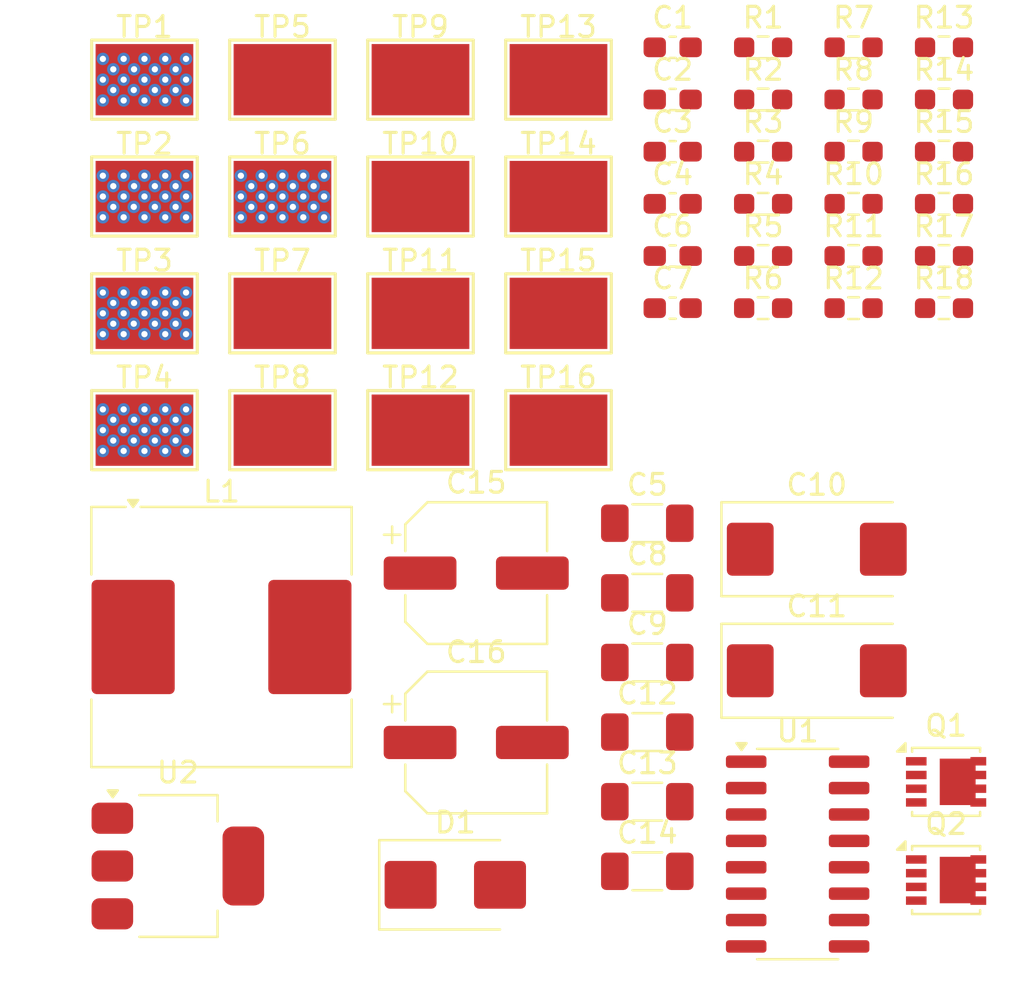
<source format=kicad_pcb>
(kicad_pcb (version 20241229) (generator "pcbnew") (generator_version "9.0")
  (layers (0 "F.Cu" signal) (2 "B.Cu" signal) (13 "F.Paste" user) (15 "B.Paste" user) (5 "F.SilkS" user "F.Silkscreen") (7 "B.SilkS" user "B.Silkscreen") (1 "F.Mask" user) (3 "B.Mask" user) (25 "Edge.Cuts" user))
  (net 0 "")
  (net 1 "+5V")
  (net 2 "GND")
  (net 3 "/SMALL_TRI")
  (net 4 "VIN")
  (net 5 "Net-(U1B--)")
  (net 6 "Net-(C6-Pad2)")
  (net 7 "Net-(C7-Pad2)")
  (net 8 "VOUT")
  (net 9 "SW")
  (net 10 "TG")
  (net 11 "BG")
  (net 12 "Net-(U1C-+)")
  (net 13 "Net-(U1A--)")
  (net 14 "BIG_TRI")
  (net 15 "Net-(R4-Pad2)")
  (net 16 "Net-(U1D--)")
  (net 17 "Net-(R7-Pad2)")
  (net 18 "Net-(U1D-+)")
  (net 19 "Net-(U1A-+)")
  (net 20 "Net-(R13-Pad2)")
  (net 21 "Net-(R15-Pad2)")
  (net 22 "Net-(U1B-+)")
  (net 23 "PWM")
  (footprint "Capacitor_SMD:CP_Elec_6.3x5.4_Nichicon" (layer "F.Cu") (at 103.1425 101.38)
    (property "Reference" "C16" (at 0 -4.35 0) (layer "F.SilkS"))
    (property "Value" "100uF")
    (pad "1" smd roundrect (at -2.7 0) (size 3.5 1.6) (layers "F.Cu" "F.Mask" "F.Paste") (roundrect_rratio 0.15625) (net 4 "VIN"))
    (pad "2" smd roundrect (at 2.7 0) (size 3.5 1.6) (layers "F.Cu" "F.Mask" "F.Paste") (roundrect_rratio 0.15625) (net 2 "GND"))
  )
  (footprint "jannett_footprints:TestPoint_Keystone_5016_Compact" (layer "F.Cu") (at 100.4625 80.73)
    (property "Reference" "TP11" (at 0 -2.54 0) (layer "F.SilkS"))
    (property "Value" "5016")
    (pad "1" smd rect (at 0 0) (size 4.699 3.429) (layers "F.Cu" "F.Mask" "F.Paste") (net 7 "Net-(C7-Pad2)"))
  )
  (footprint "Capacitor_SMD:C_1206_3216Metric_Pad1.33x1.80mm_HandSolder" (layer "F.Cu") (at 111.3725 94.18)
    (property "Reference" "C8" (at 0 -1.85 0) (layer "F.SilkS"))
    (property "Value" "10uF")
    (pad "1" smd roundrect (at -1.5625 0) (size 1.325 1.8) (layers "F.Cu" "F.Mask" "F.Paste") (roundrect_rratio 0.188679) (net 8 "VOUT"))
    (pad "2" smd roundrect (at 1.5625 0) (size 1.325 1.8) (layers "F.Cu" "F.Mask" "F.Paste") (roundrect_rratio 0.188679) (net 2 "GND"))
  )
  (footprint "Package_SO:Vishay_PowerPAK_1212-8_Single" (layer "F.Cu") (at 125.7425 108)
    (property "Reference" "Q2" (at 0 -2.7 0) (layer "F.SilkS"))
    (property "Value" "SiS454DN")
    (pad "1" smd rect (at -1.435 -0.99) (size 0.99 0.405) (layers "F.Cu" "F.Mask" "F.Paste") (net 2 "GND"))
    (pad "2" smd rect (at -1.435 -0.33) (size 0.99 0.405) (layers "F.Cu" "F.Mask" "F.Paste") (net 2 "GND"))
    (pad "3" smd rect (at -1.435 0.33) (size 0.99 0.405) (layers "F.Cu" "F.Mask" "F.Paste") (net 2 "GND"))
    (pad "4" smd rect (at -1.435 0.99) (size 0.99 0.405) (layers "F.Cu" "F.Mask" "F.Paste") (net 11 "BG"))
    (pad "5" smd custom (at 0.5575 0) (size 1.725 2.235) (layers "F.Cu" "F.Mask" "F.Paste") (net 9 "SW") (options (clearance outline) (anchor rect)) (primitives (gr_poly (pts (xy 1.3725 -0.7875) (xy 0.8625 -0.7875) (xy 0.8625 -0.5325) (xy 1.3725 -0.5325) (xy 1.3725 -0.1275) (xy 0.8625 -0.1275) (xy 0.8625 0.1275) (xy 1.3725 0.1275) (xy 1.3725 0.5325) (xy 0.8625 0.5325) (xy 0.8625 0.7875) (xy 1.3725 0.7875) (xy 1.3725 1.195) (xy 0.6125 1.195) (xy 0.6125 -1.195) (xy 1.3725 -1.195)) (width 0) (fill yes))))
  )
  (footprint "Diode_SMD:D_SMB" (layer "F.Cu") (at 102.1375 108.23)
    (property "Reference" "D1" (at 0 -3 0) (layer "F.SilkS"))
    (property "Value" "CDBB345LR-HF")
    (pad "1" smd roundrect (at -2.15 0) (size 2.5 2.3) (layers "F.Cu" "F.Mask" "F.Paste") (roundrect_rratio 0.1086956522) (net 9 "SW"))
    (pad "2" smd roundrect (at 2.15 0) (size 2.5 2.3) (layers "F.Cu" "F.Mask" "F.Paste") (roundrect_rratio 0.1086956522) (net 2 "GND"))
  )
  (footprint "Capacitor_SMD:C_0603_1608Metric_Pad1.08x0.95mm_HandSolder" (layer "F.Cu") (at 112.5925 77.97)
    (property "Reference" "C6" (at 0 -1.43 0) (layer "F.SilkS"))
    (property "Value" "1nF")
    (pad "1" smd roundrect (at -0.8625 0) (size 1.075 0.95) (layers "F.Cu" "F.Mask" "F.Paste") (net 5 "Net-(U1B--)"))
    (pad "2" smd roundrect (at 0.8625 0) (size 1.075 0.95) (layers "F.Cu" "F.Mask" "F.Paste") (net 6 "Net-(C6-Pad2)"))
  )
  (footprint "Resistor_SMD:R_0603_1608Metric_Pad0.98x0.95mm_HandSolder" (layer "F.Cu") (at 121.2925 80.48)
    (property "Reference" "R12" (at 0 -1.43 0) (layer "F.SilkS"))
    (property "Value" "10K")
    (pad "1" smd roundrect (at -0.9125 0) (size 0.975 0.95) (layers "F.Cu" "F.Mask" "F.Paste") (net 6 "Net-(C6-Pad2)"))
    (pad "2" smd roundrect (at 0.9125 0) (size 0.975 0.95) (layers "F.Cu" "F.Mask" "F.Paste") (net 7 "Net-(C7-Pad2)"))
  )
  (footprint "jannett_footprints:TestPoint_Keystone_5016_Vias" (layer "F.Cu") (at 87.1865 86.352)
    (property "Reference" "TP4" (at 0 -2.54 0) (layer "F.SilkS"))
    (property "Value" "5016_Vias")
    (pad "1" thru_hole circle (at -2 -1) (size 0.6 0.6) (drill 0.3) (layers "*.Cu") (net 2 "GND"))
    (pad "1" thru_hole circle (at -2 0) (size 0.6 0.6) (drill 0.3) (layers "*.Cu") (net 2 "GND"))
    (pad "1" thru_hole circle (at -2 1) (size 0.6 0.6) (drill 0.3) (layers "*.Cu") (net 2 "GND"))
    (pad "1" thru_hole circle (at -1.5 -0.5) (size 0.6 0.6) (drill 0.3) (layers "*.Cu") (net 2 "GND"))
    (pad "1" thru_hole circle (at -1.5 0.5) (size 0.6 0.6) (drill 0.3) (layers "*.Cu") (net 2 "GND"))
    (pad "1" thru_hole circle (at -1 -1) (size 0.6 0.6) (drill 0.3) (layers "*.Cu") (net 2 "GND"))
    (pad "1" thru_hole circle (at -1 0) (size 0.6 0.6) (drill 0.3) (layers "*.Cu") (net 2 "GND"))
    (pad "1" thru_hole circle (at -1 1) (size 0.6 0.6) (drill 0.3) (layers "*.Cu") (net 2 "GND"))
    (pad "1" thru_hole circle (at -0.5141 0.498281) (size 0.6 0.6) (drill 0.3) (layers "*.Cu") (net 2 "GND"))
    (pad "1" thru_hole circle (at -0.5 -0.5) (size 0.6 0.6) (drill 0.3) (layers "*.Cu") (net 2 "GND"))
    (pad "1" thru_hole circle (at 0 -1) (size 0.6 0.6) (drill 0.3) (layers "*.Cu") (net 2 "GND"))
    (pad "1" thru_hole circle (at 0 0) (size 0.6 0.6) (drill 0.3) (layers "*.Cu") (net 2 "GND"))
    (pad "1" smd rect (at 0 0) (size 4.699 3.429) (layers "F.Cu" "F.Mask" "F.Paste") (net 2 "GND"))
    (pad "1" thru_hole circle (at 0 1) (size 0.6 0.6) (drill 0.3) (layers "*.Cu") (net 2 "GND"))
    (pad "1" thru_hole circle (at 0.5 -0.5) (size 0.6 0.6) (drill 0.3) (layers "*.Cu") (net 2 "GND"))
    (pad "1" thru_hole circle (at 0.5 0.5) (size 0.6 0.6) (drill 0.3) (layers "*.Cu") (net 2 "GND"))
    (pad "1" thru_hole circle (at 1 -1) (size 0.6 0.6) (drill 0.3) (layers "*.Cu") (net 2 "GND"))
    (pad "1" thru_hole circle (at 1 0) (size 0.6 0.6) (drill 0.3) (layers "*.Cu") (net 2 "GND"))
    (pad "1" thru_hole circle (at 1 1) (size 0.6 0.6) (drill 0.3) (layers "*.Cu") (net 2 "GND"))
    (pad "1" thru_hole circle (at 1.5 -0.5) (size 0.6 0.6) (drill 0.3) (layers "*.Cu") (net 2 "GND"))
    (pad "1" thru_hole circle (at 1.5 0.5) (size 0.6 0.6) (drill 0.3) (layers "*.Cu") (net 2 "GND"))
    (pad "1" thru_hole circle (at 2 -1) (size 0.6 0.6) (drill 0.3) (layers "*.Cu") (net 2 "GND"))
    (pad "1" thru_hole circle (at 2 0) (size 0.6 0.6) (drill 0.3) (layers "*.Cu") (net 2 "GND"))
    (pad "1" thru_hole circle (at 2 1) (size 0.6 0.6) (drill 0.3) (layers "*.Cu") (net 2 "GND"))
  )
  (footprint "Capacitor_Tantalum_SMD:CP_EIA-7343-43_Kemet-X_Pad2.25x2.55mm_HandSolder" (layer "F.Cu") (at 119.5225 92.08)
    (property "Reference" "C10" (at 0 -3.1 0) (layer "F.SilkS"))
    (property "Value" "330uF")
    (pad "1" smd roundrect (at -3.2 0) (size 2.25 2.55) (layers "F.Cu" "F.Mask" "F.Paste") (roundrect_rratio 0.111111) (net 8 "VOUT"))
    (pad "2" smd roundrect (at 3.2 0) (size 2.25 2.55) (layers "F.Cu" "F.Mask" "F.Paste") (roundrect_rratio 0.111111) (net 2 "GND"))
  )
  (footprint "Resistor_SMD:R_0603_1608Metric_Pad0.98x0.95mm_HandSolder" (layer "F.Cu") (at 116.9425 75.46)
    (property "Reference" "R4" (at 0 -1.43 0) (layer "F.SilkS"))
    (property "Value" "10K")
    (pad "1" smd roundrect (at -0.9125 0) (size 0.975 0.95) (layers "F.Cu" "F.Mask" "F.Paste") (net 12 "Net-(U1C-+)"))
    (pad "2" smd roundrect (at 0.9125 0) (size 0.975 0.95) (layers "F.Cu" "F.Mask" "F.Paste") (net 15 "Net-(R4-Pad2)"))
  )
  (footprint "jannett_footprints:TestPoint_Keystone_5016_Compact" (layer "F.Cu") (at 100.4625 86.352)
    (property "Reference" "TP12" (at 0 -2.54 0) (layer "F.SilkS"))
    (property "Value" "5016")
    (pad "1" smd rect (at 0 0) (size 4.699 3.429) (layers "F.Cu" "F.Mask" "F.Paste") (net 9 "SW"))
  )
  (footprint "Resistor_SMD:R_0603_1608Metric_Pad0.98x0.95mm_HandSolder" (layer "F.Cu") (at 125.6425 77.97)
    (property "Reference" "R17" (at 0 -1.43 0) (layer "F.SilkS"))
    (property "Value" "0")
    (pad "1" smd roundrect (at -0.9125 0) (size 0.975 0.95) (layers "F.Cu" "F.Mask" "F.Paste") (net 21 "Net-(R15-Pad2)"))
    (pad "2" smd roundrect (at 0.9125 0) (size 0.975 0.95) (layers "F.Cu" "F.Mask" "F.Paste") (net 5 "Net-(U1B--)"))
  )
  (footprint "Inductor_SMD:L_Coilcraft_MSS1260-XXX" (layer "F.Cu") (at 90.8925 96.305)
    (property "Reference" "L1" (at 0 -7 0) (layer "F.SilkS"))
    (property "Value" "3uH")
    (pad "1" smd roundrect (at -4.25 0) (size 4 5.5) (layers "F.Cu" "F.Mask" "F.Paste") (roundrect_rratio 0.0625) (net 9 "SW"))
    (pad "2" smd roundrect (at 4.25 0) (size 4 5.5) (layers "F.Cu" "F.Mask" "F.Paste") (roundrect_rratio 0.0625) (net 8 "VOUT"))
  )
  (footprint "Capacitor_SMD:C_1206_3216Metric_Pad1.33x1.80mm_HandSolder" (layer "F.Cu") (at 111.3725 97.53)
    (property "Reference" "C9" (at 0 -1.85 0) (layer "F.SilkS"))
    (property "Value" "10uF")
    (pad "1" smd roundrect (at -1.5625 0) (size 1.325 1.8) (layers "F.Cu" "F.Mask" "F.Paste") (roundrect_rratio 0.188679) (net 8 "VOUT"))
    (pad "2" smd roundrect (at 1.5625 0) (size 1.325 1.8) (layers "F.Cu" "F.Mask" "F.Paste") (roundrect_rratio 0.188679) (net 2 "GND"))
  )
  (footprint "jannett_footprints:TestPoint_Keystone_5016_Vias" (layer "F.Cu") (at 93.8245 75.108)
    (property "Reference" "TP6" (at 0 -2.54 0) (layer "F.SilkS"))
    (property "Value" "5016_Vias")
    (pad "1" thru_hole circle (at -2 -1) (size 0.6 0.6) (drill 0.3) (layers "*.Cu") (net 1 "+5V"))
    (pad "1" thru_hole circle (at -2 0) (size 0.6 0.6) (drill 0.3) (layers "*.Cu") (net 1 "+5V"))
    (pad "1" thru_hole circle (at -2 1) (size 0.6 0.6) (drill 0.3) (layers "*.Cu") (net 1 "+5V"))
    (pad "1" thru_hole circle (at -1.5 -0.5) (size 0.6 0.6) (drill 0.3) (layers "*.Cu") (net 1 "+5V"))
    (pad "1" thru_hole circle (at -1.5 0.5) (size 0.6 0.6) (drill 0.3) (layers "*.Cu") (net 1 "+5V"))
    (pad "1" thru_hole circle (at -1 -1) (size 0.6 0.6) (drill 0.3) (layers "*.Cu") (net 1 "+5V"))
    (pad "1" thru_hole circle (at -1 0) (size 0.6 0.6) (drill 0.3) (layers "*.Cu") (net 1 "+5V"))
    (pad "1" thru_hole circle (at -1 1) (size 0.6 0.6) (drill 0.3) (layers "*.Cu") (net 1 "+5V"))
    (pad "1" thru_hole circle (at -0.5141 0.498281) (size 0.6 0.6) (drill 0.3) (layers "*.Cu") (net 1 "+5V"))
    (pad "1" thru_hole circle (at -0.5 -0.5) (size 0.6 0.6) (drill 0.3) (layers "*.Cu") (net 1 "+5V"))
    (pad "1" thru_hole circle (at 0 -1) (size 0.6 0.6) (drill 0.3) (layers "*.Cu") (net 1 "+5V"))
    (pad "1" thru_hole circle (at 0 0) (size 0.6 0.6) (drill 0.3) (layers "*.Cu") (net 1 "+5V"))
    (pad "1" smd rect (at 0 0) (size 4.699 3.429) (layers "F.Cu" "F.Mask" "F.Paste") (net 1 "+5V"))
    (pad "1" thru_hole circle (at 0 1) (size 0.6 0.6) (drill 0.3) (layers "*.Cu") (net 1 "+5V"))
    (pad "1" thru_hole circle (at 0.5 -0.5) (size 0.6 0.6) (drill 0.3) (layers "*.Cu") (net 1 "+5V"))
    (pad "1" thru_hole circle (at 0.5 0.5) (size 0.6 0.6) (drill 0.3) (layers "*.Cu") (net 1 "+5V"))
    (pad "1" thru_hole circle (at 1 -1) (size 0.6 0.6) (drill 0.3) (layers "*.Cu") (net 1 "+5V"))
    (pad "1" thru_hole circle (at 1 0) (size 0.6 0.6) (drill 0.3) (layers "*.Cu") (net 1 "+5V"))
    (pad "1" thru_hole circle (at 1 1) (size 0.6 0.6) (drill 0.3) (layers "*.Cu") (net 1 "+5V"))
    (pad "1" thru_hole circle (at 1.5 -0.5) (size 0.6 0.6) (drill 0.3) (layers "*.Cu") (net 1 "+5V"))
    (pad "1" thru_hole circle (at 1.5 0.5) (size 0.6 0.6) (drill 0.3) (layers "*.Cu") (net 1 "+5V"))
    (pad "1" thru_hole circle (at 2 -1) (size 0.6 0.6) (drill 0.3) (layers "*.Cu") (net 1 "+5V"))
    (pad "1" thru_hole circle (at 2 0) (size 0.6 0.6) (drill 0.3) (layers "*.Cu") (net 1 "+5V"))
    (pad "1" thru_hole circle (at 2 1) (size 0.6 0.6) (drill 0.3) (layers "*.Cu") (net 1 "+5V"))
  )
  (footprint "Capacitor_Tantalum_SMD:CP_EIA-7343-43_Kemet-X_Pad2.25x2.55mm_HandSolder" (layer "F.Cu") (at 119.5225 97.93)
    (property "Reference" "C11" (at 0 -3.1 0) (layer "F.SilkS"))
    (property "Value" "330uF")
    (pad "1" smd roundrect (at -3.2 0) (size 2.25 2.55) (layers "F.Cu" "F.Mask" "F.Paste") (roundrect_rratio 0.111111) (net 8 "VOUT"))
    (pad "2" smd roundrect (at 3.2 0) (size 2.25 2.55) (layers "F.Cu" "F.Mask" "F.Paste") (roundrect_rratio 0.111111) (net 2 "GND"))
  )
  (footprint "jannett_footprints:TestPoint_Keystone_5016_Vias" (layer "F.Cu") (at 87.1865 80.73)
    (property "Reference" "TP3" (at 0 -2.54 0) (layer "F.SilkS"))
    (property "Value" "5016_Vias")
    (pad "1" thru_hole circle (at -2 -1) (size 0.6 0.6) (drill 0.3) (layers "*.Cu") (net 8 "VOUT"))
    (pad "1" thru_hole circle (at -2 0) (size 0.6 0.6) (drill 0.3) (layers "*.Cu") (net 8 "VOUT"))
    (pad "1" thru_hole circle (at -2 1) (size 0.6 0.6) (drill 0.3) (layers "*.Cu") (net 8 "VOUT"))
    (pad "1" thru_hole circle (at -1.5 -0.5) (size 0.6 0.6) (drill 0.3) (layers "*.Cu") (net 8 "VOUT"))
    (pad "1" thru_hole circle (at -1.5 0.5) (size 0.6 0.6) (drill 0.3) (layers "*.Cu") (net 8 "VOUT"))
    (pad "1" thru_hole circle (at -1 -1) (size 0.6 0.6) (drill 0.3) (layers "*.Cu") (net 8 "VOUT"))
    (pad "1" thru_hole circle (at -1 0) (size 0.6 0.6) (drill 0.3) (layers "*.Cu") (net 8 "VOUT"))
    (pad "1" thru_hole circle (at -1 1) (size 0.6 0.6) (drill 0.3) (layers "*.Cu") (net 8 "VOUT"))
    (pad "1" thru_hole circle (at -0.5141 0.498281) (size 0.6 0.6) (drill 0.3) (layers "*.Cu") (net 8 "VOUT"))
    (pad "1" thru_hole circle (at -0.5 -0.5) (size 0.6 0.6) (drill 0.3) (layers "*.Cu") (net 8 "VOUT"))
    (pad "1" thru_hole circle (at 0 -1) (size 0.6 0.6) (drill 0.3) (layers "*.Cu") (net 8 "VOUT"))
    (pad "1" thru_hole circle (at 0 0) (size 0.6 0.6) (drill 0.3) (layers "*.Cu") (net 8 "VOUT"))
    (pad "1" smd rect (at 0 0) (size 4.699 3.429) (layers "F.Cu" "F.Mask" "F.Paste") (net 8 "VOUT"))
    (pad "1" thru_hole circle (at 0 1) (size 0.6 0.6) (drill 0.3) (layers "*.Cu") (net 8 "VOUT"))
    (pad "1" thru_hole circle (at 0.5 -0.5) (size 0.6 0.6) (drill 0.3) (layers "*.Cu") (net 8 "VOUT"))
    (pad "1" thru_hole circle (at 0.5 0.5) (size 0.6 0.6) (drill 0.3) (layers "*.Cu") (net 8 "VOUT"))
    (pad "1" thru_hole circle (at 1 -1) (size 0.6 0.6) (drill 0.3) (layers "*.Cu") (net 8 "VOUT"))
    (pad "1" thru_hole circle (at 1 0) (size 0.6 0.6) (drill 0.3) (layers "*.Cu") (net 8 "VOUT"))
    (pad "1" thru_hole circle (at 1 1) (size 0.6 0.6) (drill 0.3) (layers "*.Cu") (net 8 "VOUT"))
    (pad "1" thru_hole circle (at 1.5 -0.5) (size 0.6 0.6) (drill 0.3) (layers "*.Cu") (net 8 "VOUT"))
    (pad "1" thru_hole circle (at 1.5 0.5) (size 0.6 0.6) (drill 0.3) (layers "*.Cu") (net 8 "VOUT"))
    (pad "1" thru_hole circle (at 2 -1) (size 0.6 0.6) (drill 0.3) (layers "*.Cu") (net 8 "VOUT"))
    (pad "1" thru_hole circle (at 2 0) (size 0.6 0.6) (drill 0.3) (layers "*.Cu") (net 8 "VOUT"))
    (pad "1" thru_hole circle (at 2 1) (size 0.6 0.6) (drill 0.3) (layers "*.Cu") (net 8 "VOUT"))
  )
  (footprint "Resistor_SMD:R_0603_1608Metric_Pad0.98x0.95mm_HandSolder" (layer "F.Cu") (at 116.9425 77.97)
    (property "Reference" "R5" (at 0 -1.43 0) (layer "F.SilkS"))
    (property "Value" "1K")
    (pad "1" smd roundrect (at -0.9125 0) (size 0.975 0.95) (layers "F.Cu" "F.Mask" "F.Paste") (net 15 "Net-(R4-Pad2)"))
    (pad "2" smd roundrect (at 0.9125 0) (size 0.975 0.95) (layers "F.Cu" "F.Mask" "F.Paste") (net 3 "/SMALL_TRI"))
  )
  (footprint "Capacitor_SMD:C_0603_1608Metric_Pad1.08x0.95mm_HandSolder" (layer "F.Cu") (at 112.5925 75.46)
    (property "Reference" "C4" (at 0 -1.43 0) (layer "F.SilkS"))
    (property "Value" "0.1uF")
    (pad "1" smd roundrect (at -0.8625 0) (size 1.075 0.95) (layers "F.Cu" "F.Mask" "F.Paste") (net 1 "+5V"))
    (pad "2" smd roundrect (at 0.8625 0) (size 1.075 0.95) (layers "F.Cu" "F.Mask" "F.Paste") (net 2 "GND"))
  )
  (footprint "Capacitor_SMD:C_1206_3216Metric_Pad1.33x1.80mm_HandSolder" (layer "F.Cu") (at 111.3725 100.88)
    (property "Reference" "C12" (at 0 -1.85 0) (layer "F.SilkS"))
    (property "Value" "2.2uF")
    (pad "1" smd roundrect (at -1.5625 0) (size 1.325 1.8) (layers "F.Cu" "F.Mask" "F.Paste") (roundrect_rratio 0.188679) (net 4 "VIN"))
    (pad "2" smd roundrect (at 1.5625 0) (size 1.325 1.8) (layers "F.Cu" "F.Mask" "F.Paste") (roundrect_rratio 0.188679) (net 2 "GND"))
  )
  (footprint "jannett_footprints:TestPoint_Keystone_5016_Compact" (layer "F.Cu") (at 93.8245 86.352)
    (property "Reference" "TP8" (at 0 -2.54 0) (layer "F.SilkS"))
    (property "Value" "5016")
    (pad "1" smd rect (at 0 0) (size 4.699 3.429) (layers "F.Cu" "F.Mask" "F.Paste") (net 23 "PWM"))
  )
  (footprint "Capacitor_SMD:C_0603_1608Metric_Pad1.08x0.95mm_HandSolder" (layer "F.Cu") (at 112.5925 80.48)
    (property "Reference" "C7" (at 0 -1.43 0) (layer "F.SilkS"))
    (property "Value" "100pF")
    (pad "1" smd roundrect (at -0.8625 0) (size 1.075 0.95) (layers "F.Cu" "F.Mask" "F.Paste") (net 5 "Net-(U1B--)"))
    (pad "2" smd roundrect (at 0.8625 0) (size 1.075 0.95) (layers "F.Cu" "F.Mask" "F.Paste") (net 7 "Net-(C7-Pad2)"))
  )
  (footprint "Package_TO_SOT_SMD:SOT-223-3_TabPin2" (layer "F.Cu") (at 88.7925 107.325)
    (property "Reference" "U2" (at 0 -4.5 0) (layer "F.SilkS"))
    (property "Value" "NCP1117-5.0_SOT223")
    (pad "1" smd roundrect (at -3.15 -2.3) (size 2 1.5) (layers "F.Cu" "F.Mask" "F.Paste") (net 2 "GND"))
    (pad "2" smd roundrect (at -3.15 0) (size 2 1.5) (layers "F.Cu" "F.Mask" "F.Paste") (net 1 "+5V"))
    (pad "2" smd roundrect (at 3.15 0) (size 2 3.8) (layers "F.Cu" "F.Mask" "F.Paste") (net 1 "+5V"))
    (pad "3" smd roundrect (at -3.15 2.3) (size 2 1.5) (layers "F.Cu" "F.Mask" "F.Paste") (net 4 "VIN"))
  )
  (footprint "Resistor_SMD:R_0603_1608Metric_Pad0.98x0.95mm_HandSolder" (layer "F.Cu") (at 121.2925 67.93)
    (property "Reference" "R7" (at 0 -1.43 0) (layer "F.SilkS"))
    (property "Value" "1K")
    (pad "1" smd roundrect (at -0.9125 0) (size 0.975 0.95) (layers "F.Cu" "F.Mask" "F.Paste") (net 1 "+5V"))
    (pad "2" smd roundrect (at 0.9125 0) (size 0.975 0.95) (layers "F.Cu" "F.Mask" "F.Paste") (net 17 "Net-(R7-Pad2)"))
  )
  (footprint "Resistor_SMD:R_0603_1608Metric_Pad0.98x0.95mm_HandSolder" (layer "F.Cu") (at 125.6425 75.46)
    (property "Reference" "R16" (at 0 -1.43 0) (layer "F.SilkS"))
    (property "Value" "10K")
    (pad "1" smd roundrect (at -0.9125 0) (size 0.975 0.95) (layers "F.Cu" "F.Mask" "F.Paste") (net 21 "Net-(R15-Pad2)"))
    (pad "2" smd roundrect (at 0.9125 0) (size 0.975 0.95) (layers "F.Cu" "F.Mask" "F.Paste") (net 2 "GND"))
  )
  (footprint "Resistor_SMD:R_0603_1608Metric_Pad0.98x0.95mm_HandSolder" (layer "F.Cu") (at 125.6425 70.44)
    (property "Reference" "R14" (at 0 -1.43 0) (layer "F.SilkS"))
    (property "Value" "1K")
    (pad "1" smd roundrect (at -0.9125 0) (size 0.975 0.95) (layers "F.Cu" "F.Mask" "F.Paste") (net 20 "Net-(R13-Pad2)"))
    (pad "2" smd roundrect (at 0.9125 0) (size 0.975 0.95) (layers "F.Cu" "F.Mask" "F.Paste") (net 2 "GND"))
  )
  (footprint "Capacitor_SMD:C_0603_1608Metric_Pad1.08x0.95mm_HandSolder" (layer "F.Cu") (at 112.5925 72.95)
    (property "Reference" "C3" (at 0 -1.43 0) (layer "F.SilkS"))
    (property "Value" "0.1uF")
    (pad "1" smd roundrect (at -0.8625 0) (size 1.075 0.95) (layers "F.Cu" "F.Mask" "F.Paste") (net 4 "VIN"))
    (pad "2" smd roundrect (at 0.8625 0) (size 1.075 0.95) (layers "F.Cu" "F.Mask" "F.Paste") (net 2 "GND"))
  )
  (footprint "Resistor_SMD:R_0603_1608Metric_Pad0.98x0.95mm_HandSolder" (layer "F.Cu") (at 121.2925 75.46)
    (property "Reference" "R10" (at 0 -1.43 0) (layer "F.SilkS"))
    (property "Value" "0")
    (pad "1" smd roundrect (at -0.9125 0) (size 0.975 0.95) (layers "F.Cu" "F.Mask" "F.Paste") (net 3 "/SMALL_TRI"))
    (pad "2" smd roundrect (at 0.9125 0) (size 0.975 0.95) (layers "F.Cu" "F.Mask" "F.Paste") (net 18 "Net-(U1D-+)"))
  )
  (footprint "Capacitor_SMD:CP_Elec_6.3x5.4_Nichicon" (layer "F.Cu") (at 103.1425 93.23)
    (property "Reference" "C15" (at 0 -4.35 0) (layer "F.SilkS"))
    (property "Value" "100uF")
    (pad "1" smd roundrect (at -2.7 0) (size 3.5 1.6) (layers "F.Cu" "F.Mask" "F.Paste") (roundrect_rratio 0.15625) (net 4 "VIN"))
    (pad "2" smd roundrect (at 2.7 0) (size 3.5 1.6) (layers "F.Cu" "F.Mask" "F.Paste") (roundrect_rratio 0.15625) (net 2 "GND"))
  )
  (footprint "jannett_footprints:TestPoint_Keystone_5016_Compact" (layer "F.Cu") (at 107.1005 75.108)
    (property "Reference" "TP14" (at 0 -2.54 0) (layer "F.SilkS"))
    (property "Value" "5016")
    (pad "1" smd rect (at 0 0) (size 4.699 3.429) (layers "F.Cu" "F.Mask" "F.Paste") (net 2 "GND"))
  )
  (footprint "Resistor_SMD:R_0603_1608Metric_Pad0.98x0.95mm_HandSolder" (layer "F.Cu") (at 116.9425 80.48)
    (property "Reference" "R6" (at 0 -1.43 0) (layer "F.SilkS"))
    (property "Value" "15K")
    (pad "1" smd roundrect (at -0.9125 0) (size 0.975 0.95) (layers "F.Cu" "F.Mask" "F.Paste") (net 16 "Net-(U1D--)"))
    (pad "2" smd roundrect (at 0.9125 0) (size 0.975 0.95) (layers "F.Cu" "F.Mask" "F.Paste") (net 14 "BIG_TRI"))
  )
  (footprint "jannett_footprints:TestPoint_Keystone_5016_Compact" (layer "F.Cu") (at 93.8245 69.486)
    (property "Reference" "TP5" (at 0 -2.54 0) (layer "F.SilkS"))
    (property "Value" "5016")
    (pad "1" smd rect (at 0 0) (size 4.699 3.429) (layers "F.Cu" "F.Mask" "F.Paste") (net 3 "/SMALL_TRI"))
  )
  (footprint "Resistor_SMD:R_0603_1608Metric_Pad0.98x0.95mm_HandSolder" (layer "F.Cu") (at 116.9425 72.95)
    (property "Reference" "R3" (at 0 -1.43 0) (layer "F.SilkS"))
    (property "Value" "0")
    (pad "1" smd roundrect (at -0.9125 0) (size 0.975 0.95) (layers "F.Cu" "F.Mask" "F.Paste") (net 14 "BIG_TRI"))
    (pad "2" smd roundrect (at 0.9125 0) (size 0.975 0.95) (layers "F.Cu" "F.Mask" "F.Paste") (net 13 "Net-(U1A--)"))
  )
  (footprint "jannett_footprints:TestPoint_Keystone_5016_Compact" (layer "F.Cu") (at 107.1005 86.352)
    (property "Reference" "TP16" (at 0 -2.54 0) (layer "F.SilkS"))
    (property "Value" "5016")
    (pad "1" smd rect (at 0 0) (size 4.699 3.429) (layers "F.Cu" "F.Mask" "F.Paste") (net 2 "GND"))
  )
  (footprint "jannett_footprints:TestPoint_Keystone_5016_Compact" (layer "F.Cu") (at 107.1005 80.73)
    (property "Reference" "TP15" (at 0 -2.54 0) (layer "F.SilkS"))
    (property "Value" "5016")
    (pad "1" smd rect (at 0 0) (size 4.699 3.429) (layers "F.Cu" "F.Mask" "F.Paste") (net 4 "VIN"))
  )
  (footprint "Capacitor_SMD:C_1206_3216Metric_Pad1.33x1.80mm_HandSolder" (layer "F.Cu") (at 111.3725 107.58)
    (property "Reference" "C14" (at 0 -1.85 0) (layer "F.SilkS"))
    (property "Value" "2.2uF")
    (pad "1" smd roundrect (at -1.5625 0) (size 1.325 1.8) (layers "F.Cu" "F.Mask" "F.Paste") (roundrect_rratio 0.188679) (net 4 "VIN"))
    (pad "2" smd roundrect (at 1.5625 0) (size 1.325 1.8) (layers "F.Cu" "F.Mask" "F.Paste") (roundrect_rratio 0.188679) (net 2 "GND"))
  )
  (footprint "jannett_footprints:TestPoint_Keystone_5016_Compact" (layer "F.Cu") (at 100.4625 69.486)
    (property "Reference" "TP9" (at 0 -2.54 0) (layer "F.SilkS"))
    (property "Value" "5016")
    (pad "1" smd rect (at 0 0) (size 4.699 3.429) (layers "F.Cu" "F.Mask" "F.Paste") (net 5 "Net-(U1B--)"))
  )
  (footprint "Capacitor_SMD:C_1206_3216Metric_Pad1.33x1.80mm_HandSolder" (layer "F.Cu") (at 111.3725 104.23)
    (property "Reference" "C13" (at 0 -1.85 0) (layer "F.SilkS"))
    (property "Value" "2.2uF")
    (pad "1" smd roundrect (at -1.5625 0) (size 1.325 1.8) (layers "F.Cu" "F.Mask" "F.Paste") (roundrect_rratio 0.188679) (net 4 "VIN"))
    (pad "2" smd roundrect (at 1.5625 0) (size 1.325 1.8) (layers "F.Cu" "F.Mask" "F.Paste") (roundrect_rratio 0.188679) (net 2 "GND"))
  )
  (footprint "jannett_footprints:TestPoint_Keystone_5016_Vias" (layer "F.Cu") (at 87.1865 75.108)
    (property "Reference" "TP2" (at 0 -2.54 0) (layer "F.SilkS"))
    (property "Value" "5016_Vias")
    (pad "1" thru_hole circle (at -2 -1) (size 0.6 0.6) (drill 0.3) (layers "*.Cu") (net 2 "GND"))
    (pad "1" thru_hole circle (at -2 0) (size 0.6 0.6) (drill 0.3) (layers "*.Cu") (net 2 "GND"))
    (pad "1" thru_hole circle (at -2 1) (size 0.6 0.6) (drill 0.3) (layers "*.Cu") (net 2 "GND"))
    (pad "1" thru_hole circle (at -1.5 -0.5) (size 0.6 0.6) (drill 0.3) (layers "*.Cu") (net 2 "GND"))
    (pad "1" thru_hole circle (at -1.5 0.5) (size 0.6 0.6) (drill 0.3) (layers "*.Cu") (net 2 "GND"))
    (pad "1" thru_hole circle (at -1 -1) (size 0.6 0.6) (drill 0.3) (layers "*.Cu") (net 2 "GND"))
    (pad "1" thru_hole circle (at -1 0) (size 0.6 0.6) (drill 0.3) (layers "*.Cu") (net 2 "GND"))
    (pad "1" thru_hole circle (at -1 1) (size 0.6 0.6) (drill 0.3) (layers "*.Cu") (net 2 "GND"))
    (pad "1" thru_hole circle (at -0.5141 0.498281) (size 0.6 0.6) (drill 0.3) (layers "*.Cu") (net 2 "GND"))
    (pad "1" thru_hole circle (at -0.5 -0.5) (size 0.6 0.6) (drill 0.3) (layers "*.Cu") (net 2 "GND"))
    (pad "1" thru_hole circle (at 0 -1) (size 0.6 0.6) (drill 0.3) (layers "*.Cu") (net 2 "GND"))
    (pad "1" thru_hole circle (at 0 0) (size 0.6 0.6) (drill 0.3) (layers "*.Cu") (net 2 "GND"))
    (pad "1" smd rect (at 0 0) (size 4.699 3.429) (layers "F.Cu" "F.Mask" "F.Paste") (net 2 "GND"))
    (pad "1" thru_hole circle (at 0 1) (size 0.6 0.6) (drill 0.3) (layers "*.Cu") (net 2 "GND"))
    (pad "1" thru_hole circle (at 0.5 -0.5) (size 0.6 0.6) (drill 0.3) (layers "*.Cu") (net 2 "GND"))
    (pad "1" thru_hole circle (at 0.5 0.5) (size 0.6 0.6) (drill 0.3) (layers "*.Cu") (net 2 "GND"))
    (pad "1" thru_hole circle (at 1 -1) (size 0.6 0.6) (drill 0.3) (layers "*.Cu") (net 2 "GND"))
    (pad "1" thru_hole circle (at 1 0) (size 0.6 0.6) (drill 0.3) (layers "*.Cu") (net 2 "GND"))
    (pad "1" thru_hole circle (at 1 1) (size 0.6 0.6) (drill 0.3) (layers "*.Cu") (net 2 "GND"))
    (pad "1" thru_hole circle (at 1.5 -0.5) (size 0.6 0.6) (drill 0.3) (layers "*.Cu") (net 2 "GND"))
    (pad "1" thru_hole circle (at 1.5 0.5) (size 0.6 0.6) (drill 0.3) (layers "*.Cu") (net 2 "GND"))
    (pad "1" thru_hole circle (at 2 -1) (size 0.6 0.6) (drill 0.3) (layers "*.Cu") (net 2 "GND"))
    (pad "1" thru_hole circle (at 2 0) (size 0.6 0.6) (drill 0.3) (layers "*.Cu") (net 2 "GND"))
    (pad "1" thru_hole circle (at 2 1) (size 0.6 0.6) (drill 0.3) (layers "*.Cu") (net 2 "GND"))
  )
  (footprint "jannett_footprints:TestPoint_Keystone_5016_Compact" (layer "F.Cu") (at 107.1005 69.486)
    (property "Reference" "TP13" (at 0 -2.54 0) (layer "F.SilkS"))
    (property "Value" "5016")
    (pad "1" smd rect (at 0 0) (size 4.699 3.429) (layers "F.Cu" "F.Mask" "F.Paste") (net 8 "VOUT"))
  )
  (footprint "Resistor_SMD:R_0603_1608Metric_Pad0.98x0.95mm_HandSolder" (layer "F.Cu") (at 125.6425 67.93)
    (property "Reference" "R13" (at 0 -1.43 0) (layer "F.SilkS"))
    (property "Value" "1K")
    (pad "1" smd roundrect (at -0.9125 0) (size 0.975 0.95) (layers "F.Cu" "F.Mask" "F.Paste") (net 1 "+5V"))
    (pad "2" smd roundrect (at 0.9125 0) (size 0.975 0.95) (layers "F.Cu" "F.Mask" "F.Paste") (net 20 "Net-(R13-Pad2)"))
  )
  (footprint "Resistor_SMD:R_0603_1608Metric_Pad0.98x0.95mm_HandSolder" (layer "F.Cu") (at 121.2925 72.95)
    (property "Reference" "R9" (at 0 -1.43 0) (layer "F.SilkS"))
    (property "Value" "1K")
    (pad "1" smd roundrect (at -0.9125 0) (size 0.975 0.95) (layers "F.Cu" "F.Mask" "F.Paste") (net 17 "Net-(R7-Pad2)"))
    (pad "2" smd roundrect (at 0.9125 0) (size 0.975 0.95) (layers "F.Cu" "F.Mask" "F.Paste") (net 16 "Net-(U1D--)"))
  )
  (footprint "Resistor_SMD:R_0603_1608Metric_Pad0.98x0.95mm_HandSolder" (layer "F.Cu") (at 116.9425 70.44)
    (property "Reference" "R2" (at 0 -1.43 0) (layer "F.SilkS"))
    (property "Value" "1K")
    (pad "1" smd roundrect (at -0.9125 0) (size 0.975 0.95) (layers "F.Cu" "F.Mask" "F.Paste") (net 1 "+5V"))
    (pad "2" smd roundrect (at 0.9125 0) (size 0.975 0.95) (layers "F.Cu" "F.Mask" "F.Paste") (net 12 "Net-(U1C-+)"))
  )
  (footprint "Resistor_SMD:R_0603_1608Metric_Pad0.98x0.95mm_HandSolder" (layer "F.Cu") (at 121.2925 70.44)
    (property "Reference" "R8" (at 0 -1.43 0) (layer "F.SilkS"))
    (property "Value" "1K")
    (pad "1" smd roundrect (at -0.9125 0) (size 0.975 0.95) (layers "F.Cu" "F.Mask" "F.Paste") (net 17 "Net-(R7-Pad2)"))
    (pad "2" smd roundrect (at 0.9125 0) (size 0.975 0.95) (layers "F.Cu" "F.Mask" "F.Paste") (net 2 "GND"))
  )
  (footprint "Capacitor_SMD:C_1206_3216Metric_Pad1.33x1.80mm_HandSolder" (layer "F.Cu") (at 111.3725 90.83)
    (property "Reference" "C5" (at 0 -1.85 0) (layer "F.SilkS"))
    (property "Value" "10uF")
    (pad "1" smd roundrect (at -1.5625 0) (size 1.325 1.8) (layers "F.Cu" "F.Mask" "F.Paste") (roundrect_rratio 0.188679) (net 1 "+5V"))
    (pad "2" smd roundrect (at 1.5625 0) (size 1.325 1.8) (layers "F.Cu" "F.Mask" "F.Paste") (roundrect_rratio 0.188679) (net 2 "GND"))
  )
  (footprint "Package_SO:Vishay_PowerPAK_1212-8_Single" (layer "F.Cu") (at 125.7425 103.275)
    (property "Reference" "Q1" (at 0 -2.7 0) (layer "F.SilkS"))
    (property "Value" "SiS454DN")
    (pad "1" smd rect (at -1.435 -0.99) (size 0.99 0.405) (layers "F.Cu" "F.Mask" "F.Paste") (net 9 "SW"))
    (pad "2" smd rect (at -1.435 -0.33) (size 0.99 0.405) (layers "F.Cu" "F.Mask" "F.Paste") (net 9 "SW"))
    (pad "3" smd rect (at -1.435 0.33) (size 0.99 0.405) (layers "F.Cu" "F.Mask" "F.Paste") (net 9 "SW"))
    (pad "4" smd rect (at -1.435 0.99) (size 0.99 0.405) (layers "F.Cu" "F.Mask" "F.Paste") (net 10 "TG"))
    (pad "5" smd custom (at 0.5575 0) (size 1.725 2.235) (layers "F.Cu" "F.Mask" "F.Paste") (net 4 "VIN") (options (clearance outline) (anchor rect)) (primitives (gr_poly (pts (xy 1.3725 -0.7875) (xy 0.8625 -0.7875) (xy 0.8625 -0.5325) (xy 1.3725 -0.5325) (xy 1.3725 -0.1275) (xy 0.8625 -0.1275) (xy 0.8625 0.1275) (xy 1.3725 0.1275) (xy 1.3725 0.5325) (xy 0.8625 0.5325) (xy 0.8625 0.7875) (xy 1.3725 0.7875) (xy 1.3725 1.195) (xy 0.6125 1.195) (xy 0.6125 -1.195) (xy 1.3725 -1.195)) (width 0) (fill yes))))
  )
  (footprint "Capacitor_SMD:C_0603_1608Metric_Pad1.08x0.95mm_HandSolder" (layer "F.Cu") (at 112.5925 67.93)
    (property "Reference" "C1" (at 0 -1.43 0) (layer "F.SilkS"))
    (property "Value" "0.1uF")
    (pad "1" smd roundrect (at -0.8625 0) (size 1.075 0.95) (layers "F.Cu" "F.Mask" "F.Paste") (net 1 "+5V"))
    (pad "2" smd roundrect (at 0.8625 0) (size 1.075 0.95) (layers "F.Cu" "F.Mask" "F.Paste") (net 2 "GND"))
  )
  (footprint "jannett_footprints:TestPoint_Keystone_5016_Vias" (layer "F.Cu") (at 87.1865 69.486)
    (property "Reference" "TP1" (at 0 -2.54 0) (layer "F.SilkS"))
    (property "Value" "5016_Vias")
    (pad "1" thru_hole circle (at -2 -1) (size 0.6 0.6) (drill 0.3) (layers "*.Cu") (net 4 "VIN"))
    (pad "1" thru_hole circle (at -2 0) (size 0.6 0.6) (drill 0.3) (layers "*.Cu") (net 4 "VIN"))
    (pad "1" thru_hole circle (at -2 1) (size 0.6 0.6) (drill 0.3) (layers "*.Cu") (net 4 "VIN"))
    (pad "1" thru_hole circle (at -1.5 -0.5) (size 0.6 0.6) (drill 0.3) (layers "*.Cu") (net 4 "VIN"))
    (pad "1" thru_hole circle (at -1.5 0.5) (size 0.6 0.6) (drill 0.3) (layers "*.Cu") (net 4 "VIN"))
    (pad "1" thru_hole circle (at -1 -1) (size 0.6 0.6) (drill 0.3) (layers "*.Cu") (net 4 "VIN"))
    (pad "1" thru_hole circle (at -1 0) (size 0.6 0.6) (drill 0.3) (layers "*.Cu") (net 4 "VIN"))
    (pad "1" thru_hole circle (at -1 1) (size 0.6 0.6) (drill 0.3) (layers "*.Cu") (net 4 "VIN"))
    (pad "1" thru_hole circle (at -0.5141 0.498281) (size 0.6 0.6) (drill 0.3) (layers "*.Cu") (net 4 "VIN"))
    (pad "1" thru_hole circle (at -0.5 -0.5) (size 0.6 0.6) (drill 0.3) (layers "*.Cu") (net 4 "VIN"))
    (pad "1" thru_hole circle (at 0 -1) (size 0.6 0.6) (drill 0.3) (layers "*.Cu") (net 4 "VIN"))
    (pad "1" thru_hole circle (at 0 0) (size 0.6 0.6) (drill 0.3) (layers "*.Cu") (net 4 "VIN"))
    (pad "1" smd rect (at 0 0) (size 4.699 3.429) (layers "F.Cu" "F.Mask" "F.Paste") (net 4 "VIN"))
    (pad "1" thru_hole circle (at 0 1) (size 0.6 0.6) (drill 0.3) (layers "*.Cu") (net 4 "VIN"))
    (pad "1" thru_hole circle (at 0.5 -0.5) (size 0.6 0.6) (drill 0.3) (layers "*.Cu") (net 4 "VIN"))
    (pad "1" thru_hole circle (at 0.5 0.5) (size 0.6 0.6) (drill 0.3) (layers "*.Cu") (net 4 "VIN"))
    (pad "1" thru_hole circle (at 1 -1) (size 0.6 0.6) (drill 0.3) (layers "*.Cu") (net 4 "VIN"))
    (pad "1" thru_hole circle (at 1 0) (size 0.6 0.6) (drill 0.3) (layers "*.Cu") (net 4 "VIN"))
    (pad "1" thru_hole circle (at 1 1) (size 0.6 0.6) (drill 0.3) (layers "*.Cu") (net 4 "VIN"))
    (pad "1" thru_hole circle (at 1.5 -0.5) (size 0.6 0.6) (drill 0.3) (layers "*.Cu") (net 4 "VIN"))
    (pad "1" thru_hole circle (at 1.5 0.5) (size 0.6 0.6) (drill 0.3) (layers "*.Cu") (net 4 "VIN"))
    (pad "1" thru_hole circle (at 2 -1) (size 0.6 0.6) (drill 0.3) (layers "*.Cu") (net 4 "VIN"))
    (pad "1" thru_hole circle (at 2 0) (size 0.6 0.6) (drill 0.3) (layers "*.Cu") (net 4 "VIN"))
    (pad "1" thru_hole circle (at 2 1) (size 0.6 0.6) (drill 0.3) (layers "*.Cu") (net 4 "VIN"))
  )
  (footprint "jannett_footprints:TestPoint_Keystone_5016_Compact" (layer "F.Cu") (at 100.4625 75.108)
    (property "Reference" "TP10" (at 0 -2.54 0) (layer "F.SilkS"))
    (property "Value" "5016")
    (pad "1" smd rect (at 0 0) (size 4.699 3.429) (layers "F.Cu" "F.Mask" "F.Paste") (net 22 "Net-(U1B-+)"))
  )
  (footprint "Package_SO:SOIC-16_3.9x9.9mm_P1.27mm" (layer "F.Cu") (at 118.6025 106.75)
    (property "Reference" "U1" (at 0 -5.9 0) (layer "F.SilkS"))
    (property "Value" "AD8618ARZ")
    (pad "1" smd roundrect (at -2.475 -4.445) (size 1.95 0.6) (layers "F.Cu" "F.Mask" "F.Paste") (net 23 "PWM"))
    (pad "2" smd roundrect (at -2.475 -3.175) (size 1.95 0.6) (layers "F.Cu" "F.Mask" "F.Paste") (net 13 "Net-(U1A--)"))
    (pad "3" smd roundrect (at -2.475 -1.905) (size 1.95 0.6) (layers "F.Cu" "F.Mask" "F.Paste") (net 19 "Net-(U1A-+)"))
    (pad "4" smd roundrect (at -2.475 -0.635) (size 1.95 0.6) (layers "F.Cu" "F.Mask" "F.Paste") (net 1 "+5V"))
    (pad "5" smd roundrect (at -2.475 0.635) (size 1.95 0.6) (layers "F.Cu" "F.Mask" "F.Paste") (net 22 "Net-(U1B-+)"))
    (pad "6" smd roundrect (at -2.475 1.905) (size 1.95 0.6) (layers "F.Cu" "F.Mask" "F.Paste") (net 5 "Net-(U1B--)"))
    (pad "7" smd roundrect (at -2.475 3.175) (size 1.95 0.6) (layers "F.Cu" "F.Mask" "F.Paste") (net 7 "Net-(C7-Pad2)"))
    (pad "8" smd roundrect (at -2.475 4.445) (size 1.95 0.6) (layers "F.Cu" "F.Mask" "F.Paste"))
    (pad "9" smd roundrect (at 2.475 4.445) (size 1.95 0.6) (layers "F.Cu" "F.Mask" "F.Paste"))
    (pad "10" smd roundrect (at 2.475 3.175) (size 1.95 0.6) (layers "F.Cu" "F.Mask" "F.Paste") (net 15 "Net-(R4-Pad2)"))
    (pad "11" smd roundrect (at 2.475 1.905) (size 1.95 0.6) (layers "F.Cu" "F.Mask" "F.Paste") (net 3 "/SMALL_TRI"))
    (pad "12" smd roundrect (at 2.475 0.635) (size 1.95 0.6) (layers "F.Cu" "F.Mask" "F.Paste") (net 12 "Net-(U1C-+)"))
    (pad "13" smd roundrect (at 2.475 -0.635) (size 1.95 0.6) (layers "F.Cu" "F.Mask" "F.Paste") (net 2 "GND"))
    (pad "14" smd roundrect (at 2.475 -1.905) (size 1.95 0.6) (layers "F.Cu" "F.Mask" "F.Paste") (net 18 "Net-(U1D-+)"))
    (pad "15" smd roundrect (at 2.475 -3.175) (size 1.95 0.6) (layers "F.Cu" "F.Mask" "F.Paste") (net 16 "Net-(U1D--)"))
    (pad "16" smd roundrect (at 2.475 -4.445) (size 1.95 0.6) (layers "F.Cu" "F.Mask" "F.Paste") (net 14 "BIG_TRI"))
  )
  (footprint "Resistor_SMD:R_0603_1608Metric_Pad0.98x0.95mm_HandSolder" (layer "F.Cu") (at 116.9425 67.93)
    (property "Reference" "R1" (at 0 -1.43 0) (layer "F.SilkS"))
    (property "Value" "1K")
    (pad "1" smd roundrect (at -0.9125 0) (size 0.975 0.95) (layers "F.Cu" "F.Mask" "F.Paste") (net 12 "Net-(U1C-+)"))
    (pad "2" smd roundrect (at 0.9125 0) (size 0.975 0.95) (layers "F.Cu" "F.Mask" "F.Paste") (net 2 "GND"))
  )
  (footprint "Resistor_SMD:R_0603_1608Metric_Pad0.98x0.95mm_HandSolder" (layer "F.Cu") (at 125.6425 72.95)
    (property "Reference" "R15" (at 0 -1.43 0) (layer "F.SilkS"))
    (property "Value" "10K")
    (pad "1" smd roundrect (at -0.9125 0) (size 0.975 0.95) (layers "F.Cu" "F.Mask" "F.Paste") (net 8 "VOUT"))
    (pad "2" smd roundrect (at 0.9125 0) (size 0.975 0.95) (layers "F.Cu" "F.Mask" "F.Paste") (net 21 "Net-(R15-Pad2)"))
  )
  (footprint "Capacitor_SMD:C_0603_1608Metric_Pad1.08x0.95mm_HandSolder" (layer "F.Cu") (at 112.5925 70.44)
    (property "Reference" "C2" (at 0 -1.43 0) (layer "F.SilkS"))
    (property "Value" "10nF")
    (pad "1" smd roundrect (at -0.8625 0) (size 1.075 0.95) (layers "F.Cu" "F.Mask" "F.Paste") (net 3 "/SMALL_TRI"))
    (pad "2" smd roundrect (at 0.8625 0) (size 1.075 0.95) (layers "F.Cu" "F.Mask" "F.Paste") (net 2 "GND"))
  )
  (footprint "Resistor_SMD:R_0603_1608Metric_Pad0.98x0.95mm_HandSolder" (layer "F.Cu") (at 125.6425 80.48)
    (property "Reference" "R18" (at 0 -1.43 0) (layer "F.SilkS"))
    (property "Value" "0")
    (pad "1" smd roundrect (at -0.9125 0) (size 0.975 0.95) (layers "F.Cu" "F.Mask" "F.Paste") (net 20 "Net-(R13-Pad2)"))
    (pad "2" smd roundrect (at 0.9125 0) (size 0.975 0.95) (layers "F.Cu" "F.Mask" "F.Paste") (net 22 "Net-(U1B-+)"))
  )
  (footprint "Resistor_SMD:R_0603_1608Metric_Pad0.98x0.95mm_HandSolder" (layer "F.Cu") (at 121.2925 77.97)
    (property "Reference" "R11" (at 0 -1.43 0) (layer "F.SilkS"))
    (property "Value" "0")
    (pad "1" smd roundrect (at -0.9125 0) (size 0.975 0.95) (layers "F.Cu" "F.Mask" "F.Paste") (net 7 "Net-(C7-Pad2)"))
    (pad "2" smd roundrect (at 0.9125 0) (size 0.975 0.95) (layers "F.Cu" "F.Mask" "F.Paste") (net 19 "Net-(U1A-+)"))
  )
  (footprint "jannett_footprints:TestPoint_Keystone_5016_Compact" (layer "F.Cu") (at 93.8245 80.73)
    (property "Reference" "TP7" (at 0 -2.54 0) (layer "F.SilkS"))
    (property "Value" "5016")
    (pad "1" smd rect (at 0 0) (size 4.699 3.429) (layers "F.Cu" "F.Mask" "F.Paste") (net 14 "BIG_TRI"))
  )
)
</source>
